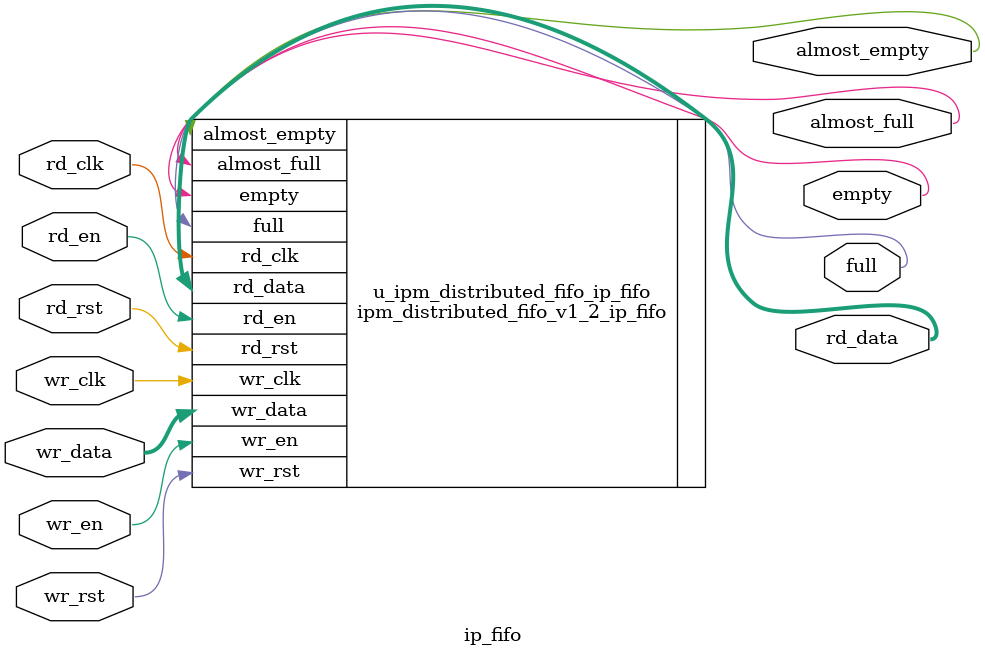
<source format=v>



`timescale 1 ns / 1 ps
module ip_fifo
 (
  wr_data         ,
  wr_en           ,
  
  wr_clk          ,
  wr_rst          ,
  
  full            ,
  almost_full     ,
  
  rd_data         ,
  rd_en           ,
  
  rd_clk          ,
  rd_rst          ,
  
  empty           ,
  
  almost_empty
);

    localparam ADDR_WIDTH = 9 ; //@IPC int 4,10

    localparam DATA_WIDTH = 8 ; //@IPC int 1,256

    localparam OUT_REG = 1 ; //@IPC bool

    localparam RST_TYPE = "ASYNC" ; //@IPC enum ASYNC,SYNC

    localparam FIFO_TYPE = "ASYNC_FIFO" ; //@IPC enum ASYNC_FIFO,SYNC_FIFO

    localparam ALMOST_FULL_NUM = 511 ; //@IPC int 4,1024

    localparam ALMOST_EMPTY_NUM = 4 ; //@IPC int 4,1024

    localparam WR_WATER_LEVEL_ENABLE = 0 ; //@IPC bool

    localparam RD_WATER_LEVEL_ENABLE = 0 ; //@IPC bool

    input  wire  [DATA_WIDTH-1 : 0]      wr_data         ;  // input write data
    input  wire                          wr_en           ;  // input write enable 1 active
    
    input  wire                          wr_clk          ;  // async input write clock
    input  wire                          wr_rst          ;  // input write reset
    
    output wire                          full            ;  // input write full  flag 1 active
    output wire                          almost_full     ;  // output write almost full
    

    output wire  [DATA_WIDTH-1 : 0]      rd_data         ;  // output read data
    input  wire                          rd_en           ;  // input  read enable
    
    input  wire                          rd_clk          ;  // async input  read clock
    input  wire                          rd_rst          ;  // input read reset
    
    output wire                          empty           ;  // output read empty
    output wire                          almost_empty    ;  // output read water level
    

ipm_distributed_fifo_v1_2_ip_fifo
 #(
  .ADDR_WIDTH       (ADDR_WIDTH      ) ,  // fifo ADDR_WIDTH width 4 -- 10
  .DATA_WIDTH       (DATA_WIDTH      ) ,  // write data width 4 -- 256
  .OUT_REG          (OUT_REG         ) ,  // output register   legal value:0 or 1
  .RST_TYPE         (RST_TYPE        ) ,
  .FIFO_TYPE        (FIFO_TYPE       ) ,  // fifo type legal value "SYN" or "ASYN"
  .ALMOST_FULL_NUM  (ALMOST_FULL_NUM ) ,  // almost full number
  .ALMOST_EMPTY_NUM (ALMOST_EMPTY_NUM)    // almost full number
)u_ipm_distributed_fifo_ip_fifo
 (
  .wr_data          (wr_data         ) ,  // input write data
  .wr_en            (wr_en           ) ,  // input write enable 1 active
  
  .wr_clk           (wr_clk          ) ,  // input write clock
  .wr_rst           (wr_rst          ) ,  // input write reset
  
  .full             (full            ) ,  // input write full  flag 1 active
  .almost_full      (almost_full     ) ,  // output write almost full
  
  .rd_data          (rd_data         ) ,  // output read data
  .rd_en            (rd_en           ) ,  // input  read enable
  
  .rd_clk           (rd_clk          ) ,  // input  read clock
  .rd_rst           (rd_rst          ) ,  // input read reset
  
  .empty            (empty           ) ,  // output read empty
  
  .almost_empty     (almost_empty    )
);
endmodule

</source>
